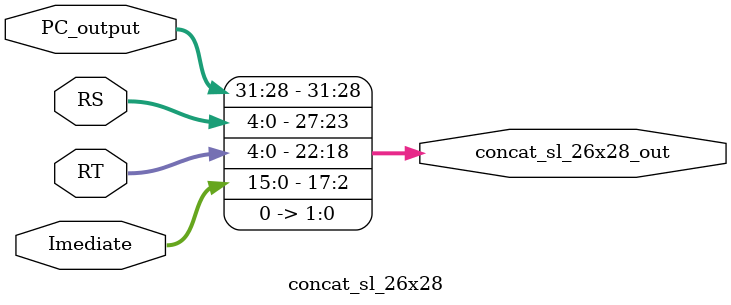
<source format=v>
module concat_sl_26x28(
    input wire [4:0] RS,
    input wire [4:0] RT,
    input wire [15:0] Imediate,
    input wire [31:0] PC_output,
    output wire [31:0] concat_sl_26x28_out
);

    assign concat_sl_26x28_out = {PC_output[31:28], RS, RT, Imediate, 2'b00};

endmodule
</source>
